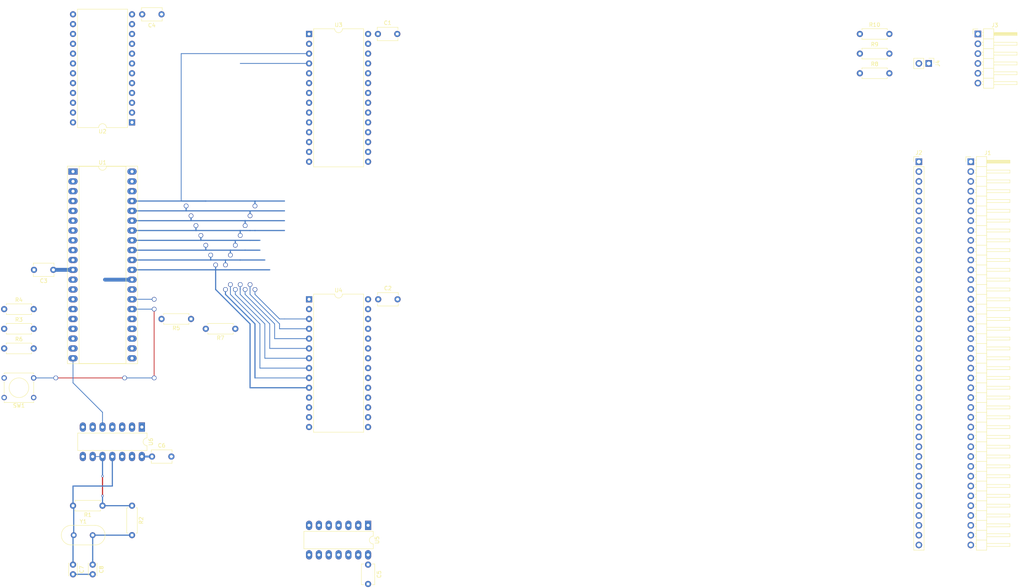
<source format=kicad_pcb>
(kicad_pcb (version 20240108) (generator "pcbnew") (generator_version "8.0")
  (layers (0 "F.Cu" signal) (31 "B.Cu" signal) (34 "B.Paste" user) (35 "F.Paste" user) (36 "B.SilkS" user "B.Silkscreen") (37 "F.SilkS" user "F.Silkscreen") (38 "B.Mask" user) (39 "F.Mask" user) (44 "Edge.Cuts" user))
  (net 0 "")
  (net 1 "VCC")
  (net 2 "GND")
  (net 3 "Net-(C7-Pad1)")
  (net 4 "Net-(C8-Pad1)")
  (net 5 "USR1")
  (net 6 "D0")
  (net 7 "A5")
  (net 8 "A6")
  (net 9 "A3")
  (net 10 "A1")
  (net 11 "A0")
  (net 12 "A7")
  (net 13 "A14")
  (net 14 "A9")
  (net 15 "TX")
  (net 16 "A15")
  (net 17 "~{INT}")
  (net 18 "D6")
  (net 19 "A2")
  (net 20 "USR3")
  (net 21 "A12")
  (net 22 "D2")
  (net 23 "~{MREQ}")
  (net 24 "A4")
  (net 25 "~{RD}")
  (net 26 "A10")
  (net 27 "A8")
  (net 28 "USR4")
  (net 29 "D3")
  (net 30 "~{M1}")
  (net 31 "USR2")
  (net 32 "D4")
  (net 33 "~{WR}")
  (net 34 "A11")
  (net 35 "~{RESET}")
  (net 36 "A13")
  (net 37 "RX")
  (net 38 "D5")
  (net 39 "CLK")
  (net 40 "D1")
  (net 41 "~{IOREQ}")
  (net 42 "D7")
  (net 44 "Net-(J3-Pin_2)")
  (net 45 "Net-(J3-Pin_3)")
  (net 46 "Net-(J3-Pin_5)")
  (net 47 "Net-(J3-Pin_4)")
  (net 48 "Net-(R1-Pad1)")
  (net 49 "~{NMI}")
  (net 50 "~{BUSRQ}")
  (net 51 "~{WAIT}")
  (net 52 "~{RFSH}")
  (net 53 "~{BUSACK}")
  (net 54 "~{HALT}")
  (net 55 "Net-(U2-E)")
  (net 56 "~{RW}")
  (net 57 "~{IRQ}")
  (net 58 "RAM_CE")
  (net 59 "MEMRD")
  (net 60 "MEMWR")
  (net 62 "ROM_CE")
  (net 66 "Net-(U2-~{RTS})")
  (footprint "Capacitor_THT:C_Disc_D5.1mm_W3.2mm_P5.00mm" (layer "F.Cu") (at 53.42 132.08)
    (property "Reference" "C6")
    (property "Value" "100n")
  )
  (footprint "Resistor_THT:R_Axial_DIN0207_L6.3mm_D2.5mm_P7.62mm_Horizontal" (layer "F.Cu") (at 15.24 99.06)
    (property "Reference" "R3")
    (property "Value" "4K7")
  )
  (footprint "Resistor_THT:R_Axial_DIN0207_L6.3mm_D2.5mm_P7.62mm_Horizontal" (layer "F.Cu") (at 236.22 33.02)
    (property "Reference" "R8")
    (property "Value" "2K2")
  )
  (footprint "Capacitor_THT:C_Disc_D5.1mm_W3.2mm_P5.00mm" (layer "F.Cu") (at 111.76 22.86)
    (property "Reference" "C1")
    (property "Value" "100n")
  )
  (footprint "Package_DIP:DIP-14_W7.62mm_LongPads" (layer "F.Cu") (at 109.22 149.86 -90)
    (property "Reference" "U5")
    (property "Value" "74LS32")
  )
  (footprint "Resistor_THT:R_Axial_DIN0207_L6.3mm_D2.5mm_P7.62mm_Horizontal" (layer "F.Cu") (at 40.64 144.78 180)
    (property "Reference" "R1")
    (property "Value" "1M")
  )
  (footprint "Resistor_THT:R_Axial_DIN0207_L6.3mm_D2.5mm_P7.62mm_Horizontal" (layer "F.Cu") (at 74.93 99.06 180)
    (property "Reference" "R7")
    (property "Value" "4K7")
  )
  (footprint "Package_DIP:DIP-40_W15.24mm_Socket_LongPads" (layer "F.Cu") (at 33.02 58.42)
    (property "Reference" "U1")
    (property "Value" "Z80CPU")
  )
  (footprint "Connector_PinHeader_2.54mm:PinHeader_1x40_P2.54mm_Vertical" (layer "F.Cu") (at 251.46 55.88)
    (property "Reference" "J2")
    (property "Value" "Conn_01x40_Socket")
  )
  (footprint "Package_DIP:DIP-28_W15.24mm" (layer "F.Cu") (at 93.98 22.86)
    (property "Reference" "U3")
    (property "Value" "KM62256CLP")
  )
  (footprint "Crystal:Crystal_HC18-U_Vertical" (layer "F.Cu") (at 33.2 152.4)
    (property "Reference" "Y1")
    (property "Value" "3.6864")
  )
  (footprint "Resistor_THT:R_Axial_DIN0207_L6.3mm_D2.5mm_P7.62mm_Horizontal" (layer "F.Cu") (at 236.22 27.94)
    (property "Reference" "R9")
    (property "Value" "2K2")
  )
  (footprint "Resistor_THT:R_Axial_DIN0207_L6.3mm_D2.5mm_P7.62mm_Horizontal" (layer "F.Cu") (at 15.24 104.14)
    (property "Reference" "R6")
    (property "Value" "2K2")
  )
  (footprint "Capacitor_THT:C_Disc_D3.0mm_W2.0mm_P2.50mm" (layer "F.Cu") (at 38.1 160.02 -90)
    (property "Reference" "C8")
    (property "Value" "22p")
  )
  (footprint "Resistor_THT:R_Axial_DIN0207_L6.3mm_D2.5mm_P7.62mm_Horizontal" (layer "F.Cu") (at 236.22 22.86)
    (property "Reference" "R10")
    (property "Value" "2K2")
  )
  (footprint "Connector_PinHeader_2.54mm:PinHeader_1x02_P2.54mm_Vertical" (layer "F.Cu") (at 254 30.48 -90)
    (property "Reference" "J4")
    (property "Value" "Conn_01x02_Pin")
  )
  (footprint "Package_DIP:DIP-28_W15.24mm" (layer "F.Cu") (at 93.975 91.44)
    (property "Reference" "U4")
    (property "Value" "27C512")
  )
  (footprint "Capacitor_THT:C_Disc_D3.0mm_W2.0mm_P2.50mm" (layer "F.Cu") (at 33.02 160.02 -90)
    (property "Reference" "C7")
    (property "Value" "22p")
  )
  (footprint "Capacitor_THT:C_Disc_D5.1mm_W3.2mm_P5.00mm" (layer "F.Cu") (at 55.88 17.78 180)
    (property "Reference" "C4")
    (property "Value" "100n")
  )
  (footprint "Capacitor_THT:C_Disc_D5.1mm_W3.2mm_P5.00mm" (layer "F.Cu") (at 111.835 91.44)
    (property "Reference" "C2")
    (property "Value" "100n")
  )
  (footprint "Resistor_THT:R_Axial_DIN0207_L6.3mm_D2.5mm_P7.62mm_Horizontal" (layer "F.Cu") (at 48.26 144.78 -90)
    (property "Reference" "R2")
    (property "Value" "1K")
  )
  (footprint "Package_DIP:DIP-24_W15.24mm" (layer "F.Cu") (at 48.26 45.72 180)
    (property "Reference" "U2")
    (property "Value" "MC68B50")
  )
  (footprint "Resistor_THT:R_Axial_DIN0207_L6.3mm_D2.5mm_P7.62mm_Horizontal" (layer "F.Cu") (at 15.24 93.98)
    (property "Reference" "R4")
    (property "Value" "4K7")
  )
  (footprint "Capacitor_THT:C_Disc_D5.1mm_W3.2mm_P5.00mm" (layer "F.Cu") (at 27.94 83.82 180)
    (property "Reference" "C3")
    (property "Value" "100n")
  )
  (footprint "Capacitor_THT:C_Disc_D5.1mm_W3.2mm_P5.00mm" (layer "F.Cu") (at 109.22 160.02 -90)
    (property "Reference" "C5")
    (property "Value" "100n")
  )
  (footprint "Button_Switch_THT:SW_Tactile_Straight_KSA0Axx1LFTR" (layer "F.Cu") (at 22.86 116.84 180)
    (property "Reference" "SW1")
    (property "Value" "SW_Push")
  )
  (footprint "Resistor_THT:R_Axial_DIN0207_L6.3mm_D2.5mm_P7.62mm_Horizontal" (layer "F.Cu") (at 63.5 96.52 180)
    (property "Reference" "R5")
    (property "Value" "4K7")
  )
  (footprint "Connector_PinHeader_2.54mm:PinHeader_1x40_P2.54mm_Horizontal" (layer "F.Cu") (at 264.865 55.88)
    (property "Reference" "J1")
    (property "Value" "Conn_01x40_Socket")
  )
  (footprint "Package_DIP:DIP-14_W7.62mm_LongPads" (layer "F.Cu") (at 50.8 124.46 -90)
    (property "Reference" "U6")
    (property "Value" "74LS04")
  )
  (footprint "Connector_PinHeader_2.54mm:PinHeader_1x06_P2.54mm_Horizontal" (layer "F.Cu") (at 266.7 22.86)
    (property "Reference" "J3")
    (property "Value" "Conn_01x06_Socket")
  )
  (segment (start 27.94 83.82) (end 33.02 83.82) (width 1) (layer "B.Cu") (net 1))
  (segment (start 50.8 132.08) (end 53.42 132.08) (width 0.5) (layer "B.Cu") (net 1))
  (segment (start 48.26 86.36) (end 41.275 86.36) (width 1) (layer "B.Cu") (net 2))
  (segment (start 38.1 162.52) (end 33.02 162.52) (width 0.3) (layer "B.Cu") (net 2))
  (segment (start 33.2 152.4) (end 33.2 144.96) (width 0.3) (layer "B.Cu") (net 3))
  (segment (start 33.02 144.78) (end 33.02 139.7) (width 0.3) (layer "B.Cu") (net 3))
  (segment (start 33.02 160.02) (end 33.02 152.58) (width 0.3) (layer "B.Cu") (net 3))
  (segment (start 33.02 139.7) (end 43.18 139.7) (width 0.3) (layer "B.Cu") (net 3))
  (segment (start 33.2 144.96) (end 33.02 144.78) (width 0.2) (layer "B.Cu") (net 3))
  (segment (start 43.18 139.7) (end 43.18 132.08) (width 0.3) (layer "B.Cu") (net 3))
  (segment (start 33.02 152.58) (end 33.2 152.4) (width 0.2) (layer "B.Cu") (net 3))
  (segment (start 38.1 152.4) (end 48.26 152.4) (width 0.3) (layer "B.Cu") (net 4))
  (segment (start 38.1 160.02) (end 38.1 152.4) (width 0.3) (layer "B.Cu") (net 4))
  (via (at 63.5 69.85) (size 1.2) (drill 0.9) (layers "F.Cu" "B.Cu") (net 7))
  (via (at 77.47 72.39) (size 1.2) (drill 0.9) (layers "F.Cu" "B.Cu") (net 7))
  (via (at 77.47 88.9) (size 1.2) (drill 0.9) (layers "F.Cu" "B.Cu") (net 7))
  (segment (start 85.09 101.6) (end 85.09 97.79) (width 0.2) (layer "B.Cu") (net 7))
  (segment (start 63.5 71.12) (end 77.47 71.12) (width 0.3) (layer "B.Cu") (net 7))
  (segment (start 93.975 101.6) (end 85.09 101.6) (width 0.2) (layer "B.Cu") (net 7))
  (segment (start 63.5 71.12) (end 63.5 69.85) (width 0.3) (layer "B.Cu") (net 7))
  (segment (start 85.09 97.79) (end 77.47 90.17) (width 0.2) (layer "B.Cu") (net 7))
  (segment (start 77.47 90.17) (end 77.47 88.9) (width 0.2) (layer "B.Cu") (net 7))
  (segment (start 48.26 71.12) (end 63.5 71.12) (width 0.3) (layer "B.Cu") (net 7))
  (segment (start 77.47 71.12) (end 77.47 72.39) (width 0.3) (layer "B.Cu") (net 7))
  (segment (start 77.47 71.12) (end 87.63 71.12) (width 0.3) (layer "B.Cu") (net 7))
  (via (at 78.74 69.85) (size 1.2) (drill 0.9) (layers "F.Cu" "B.Cu") (net 8))
  (via (at 78.74 87.63) (size 1.2) (drill 0.9) (layers "F.Cu" "B.Cu") (net 8))
  (via (at 62.23 67.31) (size 1.2) (drill 0.9) (layers "F.Cu" "B.Cu") (net 8))
  (segment (start 93.975 99.06) (end 86.36 99.06) (width 0.2) (layer "B.Cu") (net 8))
  (segment (start 86.36 99.06) (end 86.36 97.79) (width 0.2) (layer "B.Cu") (net 8))
  (segment (start 86.36 97.79) (end 78.74 90.17) (width 0.2) (layer "B.Cu") (net 8))
  (segment (start 62.23 68.58) (end 62.23 67.31) (width 0.3) (layer "B.Cu") (net 8))
  (segment (start 93.98 30.48) (end 76.2 30.48) (width 0.2) (layer "B.Cu") (net 8))
  (segment (start 62.23 68.58) (end 78.74 68.58) (width 0.3) (layer "B.Cu") (net 8))
  (segment (start 48.26 68.58) (end 62.23 68.58) (width 0.3) (layer "B.Cu") (net 8))
  (segment (start 78.74 68.58) (end 87.63 68.58) (width 0.3) (layer "B.Cu") (net 8))
  (segment (start 78.74 88.53) (end 78.74 87.63) (width 0.2) (layer "B.Cu") (net 8))
  (segment (start 78.74 90.17) (end 78.74 88.53) (width 0.2) (layer "B.Cu") (net 8))
  (segment (start 78.74 68.58) (end 78.74 69.85) (width 0.3) (layer "B.Cu") (net 8))
  (via (at 74.93 88.9) (size 1.2) (drill 0.9) (layers "F.Cu" "B.Cu") (net 9))
  (via (at 66.04 74.93) (size 1.2) (drill 0.9) (layers "F.Cu" "B.Cu") (net 9))
  (via (at 74.93 77.47) (size 1.2) (drill 0.9) (layers "F.Cu" "B.Cu") (net 9))
  (segment (start 93.975 106.68) (end 82.55 106.68) (width 0.2) (layer "B.Cu") (net 9))
  (segment (start 74.93 76.2) (end 74.93 77.47) (width 0.3) (layer "B.Cu") (net 9))
  (segment (start 74.93 90.17) (end 74.93 88.9) (width 0.2) (layer "B.Cu") (net 9))
  (segment (start 66.04 76.2) (end 74.93 76.2) (width 0.3) (layer "B.Cu") (net 9))
  (segment (start 74.93 76.2) (end 78.74 76.2) (width 0.3) (layer "B.Cu") (net 9))
  (segment (start 48.26 76.2) (end 66.04 76.2) (width 0.3) (layer "B.Cu") (net 9))
  (segment (start 82.55 97.79) (end 74.93 90.17) (width 0.2) (layer "B.Cu") (net 9))
  (segment (start 78.74 76.2) (end 81.28 76.2) (width 0.3) (layer "B.Cu") (net 9))
  (segment (start 66.04 76.2) (end 66.04 74.93) (width 0.3) (layer "B.Cu") (net 9))
  (segment (start 82.55 106.68) (end 82.55 97.79) (width 0.2) (layer "B.Cu") (net 9))
  (via (at 68.58 80.01) (size 1.2) (drill 0.9) (layers "F.Cu" "B.Cu") (net 10))
  (via (at 72.39 88.9) (size 1.2) (drill 0.9) (layers "F.Cu" "B.Cu") (net 10))
  (via (at 72.39 82.55) (size 1.2) (drill 0.9) (layers "F.Cu" "B.Cu") (net 10))
  (segment (start 68.58 81.28) (end 72.39 81.28) (width 0.3) (layer "B.Cu") (net 10))
  (segment (start 72.39 90.17) (end 72.39 88.9) (width 0.3) (layer "B.Cu") (net 10))
  (segment (start 68.58 81.28) (end 68.58 80.01) (width 0.3) (layer "B.Cu") (net 10))
  (segment (start 93.975 111.76) (end 80.01 111.76) (width 0.2) (layer "B.Cu") (net 10))
  (segment (start 80.01 97.79) (end 72.39 90.17) (width 0.3) (layer "B.Cu") (net 10))
  (segment (start 48.26 81.28) (end 68.58 81.28) (width 0.3) (layer "B.Cu") (net 10))
  (segment (start 72.39 81.28) (end 72.39 82.55) (width 0.3) (layer "B.Cu") (net 10))
  (segment (start 72.39 81.28) (end 76.2 81.28) (width 0.3) (layer "B.Cu") (net 10))
  (segment (start 80.01 111.76) (end 80.01 97.79) (width 0.3) (layer "B.Cu") (net 10))
  (segment (start 76.2 81.28) (end 82.55 81.28) (width 0.3) (layer "B.Cu") (net 10))
  (via (at 69.85 82.55) (size 1.2) (drill 0.9) (layers "F.Cu" "B.Cu") (net 11))
  (segment (start 69.85 83.82) (end 83.82 83.82) (width 0.3) (layer "B.Cu") (net 11))
  (segment (start 80.01 114.3) (end 93.975 114.3) (width 0.2) (layer "B.Cu") (net 11))
  (segment (start 48.26 83.82) (end 69.85 83.82) (width 0.3) (layer "B.Cu") (net 11))
  (segment (start 78.74 97.79) (end 78.74 114.3) (width 0.3) (layer "B.Cu") (net 11))
  (segment (start 69.85 83.82) (end 69.85 88.9) (width 0.3) (layer "B.Cu") (net 11))
  (segment (start 69.85 83.82) (end 69.85 82.55) (width 0.3) (layer "B.Cu") (net 11))
  (segment (start 69.85 88.9) (end 78.74 97.79) (width 0.3) (layer "B.Cu") (net 11))
  (segment (start 78.74 114.3) (end 93.975 114.3) (width 0.3) (layer "B.Cu") (net 11))
  (via (at 80.01 88.9) (size 1.2) (drill 0.9) (layers "F.Cu" "B.Cu") (net 12))
  (via (at 80.01 67.31) (size 1.2) (drill 0.9) (layers "F.Cu" "B.Cu") (net 12))
  (segment (start 87.63 96.52) (end 86.36 96.52) (width 0.2) (layer "B.Cu") (net 12))
  (segment (start 86.36 96.52) (end 80.01 90.17) (width 0.2) (layer "B.Cu") (net 12))
  (segment (start 80.01 66.04) (end 80.01 67.31) (width 0.3) (layer "B.Cu") (net 12))
  (segment (start 67.31 66.04) (end 80.01 66.04) (width 0.3) (layer "B.Cu") (net 12))
  (segment (start 80.01 90.17) (end 80.01 88.9) (width 0.2) (layer "B.Cu") (net 12))
  (segment (start 67.31 66.04) (end 60.96 66.04) (width 0.2) (layer "B.Cu") (net 12))
  (segment (start 60.96 66.04) (end 60.96 27.94) (width 0.2) (layer "B.Cu") (net 12))
  (segment (start 93.975 96.52) (end 87.63 96.52) (width 0.2) (layer "B.Cu") (net 12))
  (segment (start 48.26 66.04) (end 67.31 66.04) (width 0.3) (layer "B.Cu") (net 12))
  (segment (start 80.01 66.04) (end 87.63 66.04) (width 0.3) (layer "B.Cu") (net 12))
  (segment (start 60.96 27.94) (end 93.98 27.94) (width 0.2) (layer "B.Cu") (net 12))
  (via (at 67.31 77.47) (size 1.2) (drill 0.9) (layers "F.Cu" "B.Cu") (net 19))
  (via (at 73.66 87.63) (size 1.2) (drill 0.9) (layers "F.Cu" "B.Cu") (net 19))
  (via (at 73.66 80.01) (size 1.2) (drill 0.9) (layers "F.Cu" "B.Cu") (net 19))
  (segment (start 77.47 78.74) (end 81.28 78.74) (width 0.3) (layer "B.Cu") (net 19))
  (segment (start 81.28 109.22) (end 81.28 97.79) (width 0.2) (layer "B.Cu") (net 19))
  (segment (start 67.31 78.74) (end 67.31 77.47) (width 0.3) (layer "B.Cu") (net 19))
  (segment (start 48.26 78.74) (end 67.31 78.74) (width 0.3) (layer "B.Cu") (net 19))
  (segment (start 73.66 88.9) (end 73.66 87.63) (width 0.2) (layer "B.Cu") (net 19))
  (segment (start 73.66 78.74) (end 77.47 78.74) (width 0.3) (layer "B.Cu") (net 19))
  (segment (start 93.975 109.22) (end 81.28 109.22) (width 0.2) (layer "B.Cu") (net 19))
  (segment (start 67.31 78.74) (end 73.66 78.74) (width 0.3) (layer "B.Cu") (net 19))
  (segment (start 73.66 90.17) (end 73.66 88.9) (width 0.2) (layer "B.Cu") (net 19))
  (segment (start 81.28 97.79) (end 73.66 90.17) (width 0.2) (layer "B.Cu") (net 19))
  (segment (start 73.66 78.74) (end 73.66 80.01) (width 0.3) (layer "B.Cu") (net 19))
  (via (at 64.77 72.39) (size 1.2) (drill 0.9) (layers "F.Cu" "B.Cu") (net 24))
  (via (at 76.2 87.63) (size 1.2) (drill 0.9) (layers "F.Cu" "B.Cu") (net 24))
  (via (at 76.2 74.93) (size 1.2) (drill 0.9) (layers "F.Cu" "B.Cu") (net 24))
  (segment (start 64.77 73.66) (end 76.2 73.66) (width 0.3) (layer "B.Cu") (net 24))
  (segment (start 76.2 73.66) (end 76.2 74.93) (width 0.3) (layer "B.Cu") (net 24))
  (segment (start 76.2 88.9) (end 76.2 88.53) (width 0.2) (layer "B.Cu") (net 24))
  (segment (start 64.77 73.66) (end 64.77 72.39) (width 0.3) (layer "B.Cu") (net 24))
  (segment (start 48.26 73.66) (end 64.77 73.66) (width 0.3) (layer "B.Cu") (net 24))
  (segment (start 80.01 73.66) (end 87.63 73.66) (width 0.3) (layer "B.Cu") (net 24))
  (segment (start 76.2 90.17) (end 76.2 88.9) (width 0.2) (layer "B.Cu") (net 24))
  (segment (start 93.975 104.14) (end 83.82 104.14) (width 0.2) (layer "B.Cu") (net 24))
  (segment (start 83.82 97.79) (end 76.2 90.17) (width 0.2) (layer "B.Cu") (net 24))
  (segment (start 83.82 104.14) (end 83.82 97.79) (width 0.2) (layer "B.Cu") (net 24))
  (segment (start 76.2 88.9) (end 76.2 87.63) (width 0.2) (layer "B.Cu") (net 24))
  (segment (start 78.74 73.66) (end 80.01 73.66) (width 0.3) (layer "B.Cu") (net 24))
  (segment (start 76.2 73.66) (end 78.74 73.66) (width 0.3) (layer "B.Cu") (net 24))
  (via (at 53.975 91.44) (size 1.2) (drill 0.9) (layers "F.Cu" "B.Cu") (net 30))
  (segment (start 48.26 91.44) (end 53.975 91.44) (width 0.2) (layer "B.Cu") (net 30))
  (segment (start 53.975 93.98) (end 53.975 111.76) (width 0.2) (layer "F.Cu") (net 35))
  (segment (start 28.575 111.76) (end 46.355 111.76) (width 0.2) (layer "F.Cu") (net 35))
  (via (at 53.975 111.76) (size 1.2) (drill 0.9) (layers "F.Cu" "B.Cu") (net 35))
  (via (at 46.355 111.76) (size 1.2) (drill 0.9) (layers "F.Cu" "B.Cu") (net 35))
  (via (at 53.975 93.98) (size 1.2) (drill 0.9) (layers "F.Cu" "B.Cu") (net 35))
  (via (at 28.575 111.76) (size 1.2) (drill 0.9) (layers "F.Cu" "B.Cu") (net 35))
  (segment (start 53.975 111.76) (end 46.355 111.76) (width 0.2) (layer "B.Cu") (net 35))
  (segment (start 48.26 93.98) (end 53.975 93.98) (width 0.2) (layer "B.Cu") (net 35))
  (segment (start 22.86 111.76) (end 28.575 111.76) (width 0.2) (layer "B.Cu") (net 35))
  (segment (start 33.02 113.03) (end 40.64 120.65) (width 0.2) (layer "B.Cu") (net 41))
  (segment (start 33.02 106.68) (end 33.02 113.03) (width 0.2) (layer "B.Cu") (net 41))
  (segment (start 40.64 120.65) (end 40.64 124.46) (width 0.2) (layer "B.Cu") (net 41))
  (segment (start 40.64 137.16) (end 40.64 142.24) (width 0.3) (layer "F.Cu") (net 48))
  (via (at 40.64 137.16) (size 0.6) (drill 0.3) (layers "F.Cu" "B.Cu") (net 48))
  (via (at 40.64 142.24) (size 0.6) (drill 0.3) (layers "F.Cu" "B.Cu") (net 48))
  (segment (start 40.64 132.08) (end 40.64 137.16) (width 0.3) (layer "B.Cu") (net 48))
  (segment (start 40.64 144.78) (end 48.26 144.78) (width 0.3) (layer "B.Cu") (net 48))
  (segment (start 40.64 132.08) (end 38.1 132.08) (width 0.2) (layer "B.Cu") (net 48))
  (segment (start 40.64 144.78) (end 40.64 142.24) (width 0.3) (layer "B.Cu") (net 48))
)
</source>
